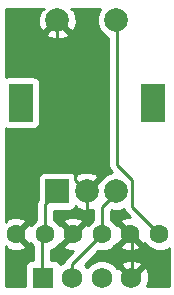
<source format=gbr>
G04 #@! TF.FileFunction,Copper,L1,Top,Signal*
%FSLAX46Y46*%
G04 Gerber Fmt 4.6, Leading zero omitted, Abs format (unit mm)*
G04 Created by KiCad (PCBNEW 4.0.6) date Tue Nov  6 18:34:32 2018*
%MOMM*%
%LPD*%
G01*
G04 APERTURE LIST*
%ADD10C,0.100000*%
%ADD11C,2.000000*%
%ADD12R,2.000000X3.200000*%
%ADD13R,2.000000X2.000000*%
%ADD14C,1.600000*%
%ADD15R,1.750000X1.750000*%
%ADD16C,1.750000*%
%ADD17C,0.250000*%
%ADD18C,0.254000*%
G04 APERTURE END LIST*
D10*
D11*
X158924000Y-96675800D03*
X153924000Y-96675800D03*
D12*
X162024000Y-103675800D03*
X150824000Y-103675800D03*
D11*
X158924000Y-111175800D03*
X156424000Y-111175800D03*
D13*
X153924000Y-111175800D03*
D14*
X162560000Y-114808000D03*
X160060000Y-114808000D03*
X157734000Y-114808000D03*
X155234000Y-114808000D03*
X152908000Y-114808000D03*
X150408000Y-114808000D03*
D15*
X152704800Y-118491000D03*
D16*
X155204800Y-118491000D03*
X157704800Y-118491000D03*
X160204800Y-118491000D03*
D17*
X157734000Y-114808000D02*
X155194000Y-117348000D01*
X155194000Y-117348000D02*
X155194000Y-118618000D01*
X155194000Y-118618000D02*
X155204800Y-118491000D01*
X158924000Y-111175800D02*
X159004000Y-111252000D01*
X159004000Y-111252000D02*
X157734000Y-112522000D01*
X157734000Y-112522000D02*
X157734000Y-114808000D01*
X153924000Y-111175800D02*
X153924000Y-111252000D01*
X153924000Y-111252000D02*
X152908000Y-112268000D01*
X152908000Y-112268000D02*
X152908000Y-114808000D01*
X152908000Y-114808000D02*
X152654000Y-115062000D01*
X152654000Y-115062000D02*
X152654000Y-118618000D01*
X152654000Y-118618000D02*
X152704800Y-118491000D01*
X162560000Y-114808000D02*
X160274000Y-112522000D01*
X160274000Y-112522000D02*
X160274000Y-110236000D01*
X160274000Y-110236000D02*
X159004000Y-108966000D01*
X159004000Y-108966000D02*
X159004000Y-96774000D01*
X159004000Y-96774000D02*
X158924000Y-96675800D01*
X156424000Y-111175800D02*
X156464000Y-111252000D01*
X156464000Y-111252000D02*
X155448000Y-110236000D01*
X155448000Y-110236000D02*
X155448000Y-109728000D01*
X155448000Y-109728000D02*
X153924000Y-108204000D01*
X153924000Y-108204000D02*
X153924000Y-96675800D01*
X155234000Y-114808000D02*
X155194000Y-114808000D01*
X155194000Y-114808000D02*
X156464000Y-113538000D01*
X156464000Y-113538000D02*
X156464000Y-111252000D01*
X156464000Y-111252000D02*
X156424000Y-111175800D01*
X160060000Y-114808000D02*
X160020000Y-114808000D01*
X160020000Y-114808000D02*
X160274000Y-115062000D01*
X160274000Y-115062000D02*
X160274000Y-118618000D01*
X160274000Y-118618000D02*
X160204800Y-118491000D01*
D18*
G36*
X159571852Y-112812839D02*
X159736599Y-113059401D01*
X160049089Y-113371891D01*
X159706546Y-113388222D01*
X159305995Y-113554136D01*
X159231861Y-113800255D01*
X160060000Y-114628395D01*
X160074142Y-114614252D01*
X160253748Y-114793858D01*
X160239605Y-114808000D01*
X161067745Y-115636139D01*
X161313864Y-115562005D01*
X161316196Y-115555517D01*
X161342757Y-115619800D01*
X161746077Y-116023824D01*
X162273309Y-116242750D01*
X162844187Y-116243248D01*
X163371800Y-116025243D01*
X163374000Y-116023047D01*
X163374000Y-119178000D01*
X161561600Y-119178000D01*
X161726390Y-118725694D01*
X161700379Y-118125542D01*
X161520753Y-117691884D01*
X161266860Y-117608545D01*
X160384405Y-118491000D01*
X160398548Y-118505143D01*
X160218943Y-118684748D01*
X160204800Y-118670605D01*
X160190658Y-118684748D01*
X160011053Y-118505143D01*
X160025195Y-118491000D01*
X159142740Y-117608545D01*
X158994152Y-117657318D01*
X158985662Y-117636771D01*
X158778194Y-117428940D01*
X159322345Y-117428940D01*
X160204800Y-118311395D01*
X161087255Y-117428940D01*
X161003916Y-117175047D01*
X160439494Y-116969410D01*
X159839342Y-116995421D01*
X159405684Y-117175047D01*
X159322345Y-117428940D01*
X158778194Y-117428940D01*
X158561263Y-117211630D01*
X158006475Y-116981262D01*
X157405760Y-116980738D01*
X156850571Y-117210138D01*
X156454482Y-117605536D01*
X156233067Y-117383735D01*
X157395546Y-116221256D01*
X157447309Y-116242750D01*
X158018187Y-116243248D01*
X158545800Y-116025243D01*
X158755663Y-115815745D01*
X159231861Y-115815745D01*
X159305995Y-116061864D01*
X159843223Y-116254965D01*
X160413454Y-116227778D01*
X160814005Y-116061864D01*
X160888139Y-115815745D01*
X160060000Y-114987605D01*
X159231861Y-115815745D01*
X158755663Y-115815745D01*
X158949824Y-115621923D01*
X158955964Y-115607135D01*
X159052255Y-115636139D01*
X159880395Y-114808000D01*
X159052255Y-113979861D01*
X158956419Y-114008728D01*
X158951243Y-113996200D01*
X158547923Y-113592176D01*
X158494000Y-113569785D01*
X158494000Y-112836802D01*
X158542897Y-112787905D01*
X158597352Y-112810516D01*
X159247795Y-112811084D01*
X159546918Y-112687489D01*
X159571852Y-112812839D01*
X159571852Y-112812839D01*
G37*
X159571852Y-112812839D02*
X159736599Y-113059401D01*
X160049089Y-113371891D01*
X159706546Y-113388222D01*
X159305995Y-113554136D01*
X159231861Y-113800255D01*
X160060000Y-114628395D01*
X160074142Y-114614252D01*
X160253748Y-114793858D01*
X160239605Y-114808000D01*
X161067745Y-115636139D01*
X161313864Y-115562005D01*
X161316196Y-115555517D01*
X161342757Y-115619800D01*
X161746077Y-116023824D01*
X162273309Y-116242750D01*
X162844187Y-116243248D01*
X163371800Y-116025243D01*
X163374000Y-116023047D01*
X163374000Y-119178000D01*
X161561600Y-119178000D01*
X161726390Y-118725694D01*
X161700379Y-118125542D01*
X161520753Y-117691884D01*
X161266860Y-117608545D01*
X160384405Y-118491000D01*
X160398548Y-118505143D01*
X160218943Y-118684748D01*
X160204800Y-118670605D01*
X160190658Y-118684748D01*
X160011053Y-118505143D01*
X160025195Y-118491000D01*
X159142740Y-117608545D01*
X158994152Y-117657318D01*
X158985662Y-117636771D01*
X158778194Y-117428940D01*
X159322345Y-117428940D01*
X160204800Y-118311395D01*
X161087255Y-117428940D01*
X161003916Y-117175047D01*
X160439494Y-116969410D01*
X159839342Y-116995421D01*
X159405684Y-117175047D01*
X159322345Y-117428940D01*
X158778194Y-117428940D01*
X158561263Y-117211630D01*
X158006475Y-116981262D01*
X157405760Y-116980738D01*
X156850571Y-117210138D01*
X156454482Y-117605536D01*
X156233067Y-117383735D01*
X157395546Y-116221256D01*
X157447309Y-116242750D01*
X158018187Y-116243248D01*
X158545800Y-116025243D01*
X158755663Y-115815745D01*
X159231861Y-115815745D01*
X159305995Y-116061864D01*
X159843223Y-116254965D01*
X160413454Y-116227778D01*
X160814005Y-116061864D01*
X160888139Y-115815745D01*
X160060000Y-114987605D01*
X159231861Y-115815745D01*
X158755663Y-115815745D01*
X158949824Y-115621923D01*
X158955964Y-115607135D01*
X159052255Y-115636139D01*
X159880395Y-114808000D01*
X159052255Y-113979861D01*
X158956419Y-114008728D01*
X158951243Y-113996200D01*
X158547923Y-113592176D01*
X158494000Y-113569785D01*
X158494000Y-112836802D01*
X158542897Y-112787905D01*
X158597352Y-112810516D01*
X159247795Y-112811084D01*
X159546918Y-112687489D01*
X159571852Y-112812839D01*
G36*
X152504613Y-95801536D02*
X152278092Y-96411261D01*
X152302144Y-97061260D01*
X152504613Y-97550064D01*
X152771468Y-97648727D01*
X153744395Y-96675800D01*
X153730253Y-96661658D01*
X153909858Y-96482053D01*
X153924000Y-96496195D01*
X153938143Y-96482053D01*
X154117748Y-96661658D01*
X154103605Y-96675800D01*
X155076532Y-97648727D01*
X155343387Y-97550064D01*
X155569908Y-96940339D01*
X155545856Y-96290340D01*
X155343387Y-95801536D01*
X155084990Y-95706000D01*
X157581233Y-95706000D01*
X157538722Y-95748437D01*
X157289284Y-96349152D01*
X157288716Y-96999595D01*
X157537106Y-97600743D01*
X157996637Y-98061078D01*
X158244000Y-98163792D01*
X158244000Y-108966000D01*
X158301852Y-109256839D01*
X158466599Y-109503401D01*
X158531926Y-109568728D01*
X157999057Y-109788906D01*
X157582248Y-110204987D01*
X157576532Y-110202873D01*
X156603605Y-111175800D01*
X156617748Y-111189943D01*
X156438143Y-111369548D01*
X156424000Y-111355405D01*
X156409858Y-111369548D01*
X156230253Y-111189943D01*
X156244395Y-111175800D01*
X156230253Y-111161658D01*
X156409858Y-110982053D01*
X156424000Y-110996195D01*
X157396927Y-110023268D01*
X157298264Y-109756413D01*
X156688539Y-109529892D01*
X156038540Y-109553944D01*
X155549736Y-109756413D01*
X155498277Y-109895595D01*
X155388090Y-109724359D01*
X155175890Y-109579369D01*
X154924000Y-109528360D01*
X152924000Y-109528360D01*
X152688683Y-109572638D01*
X152472559Y-109711710D01*
X152327569Y-109923910D01*
X152276560Y-110175800D01*
X152276560Y-111871339D01*
X152205852Y-111977161D01*
X152148000Y-112268000D01*
X152148000Y-113569354D01*
X152096200Y-113590757D01*
X151692176Y-113994077D01*
X151664577Y-114060544D01*
X151661864Y-114053995D01*
X151415745Y-113979861D01*
X150587605Y-114808000D01*
X151415745Y-115636139D01*
X151661864Y-115562005D01*
X151664196Y-115555517D01*
X151690757Y-115619800D01*
X151894000Y-115823398D01*
X151894000Y-116968560D01*
X151829800Y-116968560D01*
X151594483Y-117012838D01*
X151378359Y-117151910D01*
X151233369Y-117364110D01*
X151182360Y-117616000D01*
X151182360Y-119178000D01*
X149554000Y-119178000D01*
X149554000Y-115841608D01*
X149579861Y-115815747D01*
X149653995Y-116061864D01*
X150191223Y-116254965D01*
X150761454Y-116227778D01*
X151162005Y-116061864D01*
X151236139Y-115815745D01*
X150408000Y-114987605D01*
X150393858Y-115001748D01*
X150214252Y-114822142D01*
X150228395Y-114808000D01*
X150214252Y-114793858D01*
X150393858Y-114614252D01*
X150408000Y-114628395D01*
X151236139Y-113800255D01*
X151162005Y-113554136D01*
X150624777Y-113361035D01*
X150054546Y-113388222D01*
X149653995Y-113554136D01*
X149579861Y-113800253D01*
X149554000Y-113774392D01*
X149554000Y-105859857D01*
X149572110Y-105872231D01*
X149824000Y-105923240D01*
X151824000Y-105923240D01*
X152059317Y-105878962D01*
X152275441Y-105739890D01*
X152420431Y-105527690D01*
X152471440Y-105275800D01*
X152471440Y-102075800D01*
X152427162Y-101840483D01*
X152288090Y-101624359D01*
X152075890Y-101479369D01*
X151824000Y-101428360D01*
X149824000Y-101428360D01*
X149588683Y-101472638D01*
X149554000Y-101494956D01*
X149554000Y-97828332D01*
X152951073Y-97828332D01*
X153049736Y-98095187D01*
X153659461Y-98321708D01*
X154309460Y-98297656D01*
X154798264Y-98095187D01*
X154896927Y-97828332D01*
X153924000Y-96855405D01*
X152951073Y-97828332D01*
X149554000Y-97828332D01*
X149554000Y-95706000D01*
X152763010Y-95706000D01*
X152504613Y-95801536D01*
X152504613Y-95801536D01*
G37*
X152504613Y-95801536D02*
X152278092Y-96411261D01*
X152302144Y-97061260D01*
X152504613Y-97550064D01*
X152771468Y-97648727D01*
X153744395Y-96675800D01*
X153730253Y-96661658D01*
X153909858Y-96482053D01*
X153924000Y-96496195D01*
X153938143Y-96482053D01*
X154117748Y-96661658D01*
X154103605Y-96675800D01*
X155076532Y-97648727D01*
X155343387Y-97550064D01*
X155569908Y-96940339D01*
X155545856Y-96290340D01*
X155343387Y-95801536D01*
X155084990Y-95706000D01*
X157581233Y-95706000D01*
X157538722Y-95748437D01*
X157289284Y-96349152D01*
X157288716Y-96999595D01*
X157537106Y-97600743D01*
X157996637Y-98061078D01*
X158244000Y-98163792D01*
X158244000Y-108966000D01*
X158301852Y-109256839D01*
X158466599Y-109503401D01*
X158531926Y-109568728D01*
X157999057Y-109788906D01*
X157582248Y-110204987D01*
X157576532Y-110202873D01*
X156603605Y-111175800D01*
X156617748Y-111189943D01*
X156438143Y-111369548D01*
X156424000Y-111355405D01*
X156409858Y-111369548D01*
X156230253Y-111189943D01*
X156244395Y-111175800D01*
X156230253Y-111161658D01*
X156409858Y-110982053D01*
X156424000Y-110996195D01*
X157396927Y-110023268D01*
X157298264Y-109756413D01*
X156688539Y-109529892D01*
X156038540Y-109553944D01*
X155549736Y-109756413D01*
X155498277Y-109895595D01*
X155388090Y-109724359D01*
X155175890Y-109579369D01*
X154924000Y-109528360D01*
X152924000Y-109528360D01*
X152688683Y-109572638D01*
X152472559Y-109711710D01*
X152327569Y-109923910D01*
X152276560Y-110175800D01*
X152276560Y-111871339D01*
X152205852Y-111977161D01*
X152148000Y-112268000D01*
X152148000Y-113569354D01*
X152096200Y-113590757D01*
X151692176Y-113994077D01*
X151664577Y-114060544D01*
X151661864Y-114053995D01*
X151415745Y-113979861D01*
X150587605Y-114808000D01*
X151415745Y-115636139D01*
X151661864Y-115562005D01*
X151664196Y-115555517D01*
X151690757Y-115619800D01*
X151894000Y-115823398D01*
X151894000Y-116968560D01*
X151829800Y-116968560D01*
X151594483Y-117012838D01*
X151378359Y-117151910D01*
X151233369Y-117364110D01*
X151182360Y-117616000D01*
X151182360Y-119178000D01*
X149554000Y-119178000D01*
X149554000Y-115841608D01*
X149579861Y-115815747D01*
X149653995Y-116061864D01*
X150191223Y-116254965D01*
X150761454Y-116227778D01*
X151162005Y-116061864D01*
X151236139Y-115815745D01*
X150408000Y-114987605D01*
X150393858Y-115001748D01*
X150214252Y-114822142D01*
X150228395Y-114808000D01*
X150214252Y-114793858D01*
X150393858Y-114614252D01*
X150408000Y-114628395D01*
X151236139Y-113800255D01*
X151162005Y-113554136D01*
X150624777Y-113361035D01*
X150054546Y-113388222D01*
X149653995Y-113554136D01*
X149579861Y-113800253D01*
X149554000Y-113774392D01*
X149554000Y-105859857D01*
X149572110Y-105872231D01*
X149824000Y-105923240D01*
X151824000Y-105923240D01*
X152059317Y-105878962D01*
X152275441Y-105739890D01*
X152420431Y-105527690D01*
X152471440Y-105275800D01*
X152471440Y-102075800D01*
X152427162Y-101840483D01*
X152288090Y-101624359D01*
X152075890Y-101479369D01*
X151824000Y-101428360D01*
X149824000Y-101428360D01*
X149588683Y-101472638D01*
X149554000Y-101494956D01*
X149554000Y-97828332D01*
X152951073Y-97828332D01*
X153049736Y-98095187D01*
X153659461Y-98321708D01*
X154309460Y-98297656D01*
X154798264Y-98095187D01*
X154896927Y-97828332D01*
X153924000Y-96855405D01*
X152951073Y-97828332D01*
X149554000Y-97828332D01*
X149554000Y-95706000D01*
X152763010Y-95706000D01*
X152504613Y-95801536D01*
G36*
X155549736Y-112595187D02*
X156159461Y-112821708D01*
X156809460Y-112797656D01*
X156974000Y-112729501D01*
X156974000Y-113569354D01*
X156922200Y-113590757D01*
X156518176Y-113994077D01*
X156490577Y-114060544D01*
X156487864Y-114053995D01*
X156241745Y-113979861D01*
X155413605Y-114808000D01*
X155427748Y-114822142D01*
X155248142Y-115001748D01*
X155234000Y-114987605D01*
X154405861Y-115815745D01*
X154479995Y-116061864D01*
X155017223Y-116254965D01*
X155221996Y-116245202D01*
X154656599Y-116810599D01*
X154491852Y-117057161D01*
X154471349Y-117160233D01*
X154350571Y-117210138D01*
X154181697Y-117378717D01*
X154043890Y-117164559D01*
X153831690Y-117019569D01*
X153579800Y-116968560D01*
X153414000Y-116968560D01*
X153414000Y-116151597D01*
X153719800Y-116025243D01*
X154123824Y-115621923D01*
X154129964Y-115607135D01*
X154226255Y-115636139D01*
X155054395Y-114808000D01*
X154226255Y-113979861D01*
X154130419Y-114008728D01*
X154125243Y-113996200D01*
X153929640Y-113800255D01*
X154405861Y-113800255D01*
X155234000Y-114628395D01*
X156062139Y-113800255D01*
X155988005Y-113554136D01*
X155450777Y-113361035D01*
X154880546Y-113388222D01*
X154479995Y-113554136D01*
X154405861Y-113800255D01*
X153929640Y-113800255D01*
X153721923Y-113592176D01*
X153668000Y-113569785D01*
X153668000Y-112823240D01*
X154924000Y-112823240D01*
X155159317Y-112778962D01*
X155375441Y-112639890D01*
X155499263Y-112458671D01*
X155549736Y-112595187D01*
X155549736Y-112595187D01*
G37*
X155549736Y-112595187D02*
X156159461Y-112821708D01*
X156809460Y-112797656D01*
X156974000Y-112729501D01*
X156974000Y-113569354D01*
X156922200Y-113590757D01*
X156518176Y-113994077D01*
X156490577Y-114060544D01*
X156487864Y-114053995D01*
X156241745Y-113979861D01*
X155413605Y-114808000D01*
X155427748Y-114822142D01*
X155248142Y-115001748D01*
X155234000Y-114987605D01*
X154405861Y-115815745D01*
X154479995Y-116061864D01*
X155017223Y-116254965D01*
X155221996Y-116245202D01*
X154656599Y-116810599D01*
X154491852Y-117057161D01*
X154471349Y-117160233D01*
X154350571Y-117210138D01*
X154181697Y-117378717D01*
X154043890Y-117164559D01*
X153831690Y-117019569D01*
X153579800Y-116968560D01*
X153414000Y-116968560D01*
X153414000Y-116151597D01*
X153719800Y-116025243D01*
X154123824Y-115621923D01*
X154129964Y-115607135D01*
X154226255Y-115636139D01*
X155054395Y-114808000D01*
X154226255Y-113979861D01*
X154130419Y-114008728D01*
X154125243Y-113996200D01*
X153929640Y-113800255D01*
X154405861Y-113800255D01*
X155234000Y-114628395D01*
X156062139Y-113800255D01*
X155988005Y-113554136D01*
X155450777Y-113361035D01*
X154880546Y-113388222D01*
X154479995Y-113554136D01*
X154405861Y-113800255D01*
X153929640Y-113800255D01*
X153721923Y-113592176D01*
X153668000Y-113569785D01*
X153668000Y-112823240D01*
X154924000Y-112823240D01*
X155159317Y-112778962D01*
X155375441Y-112639890D01*
X155499263Y-112458671D01*
X155549736Y-112595187D01*
M02*

</source>
